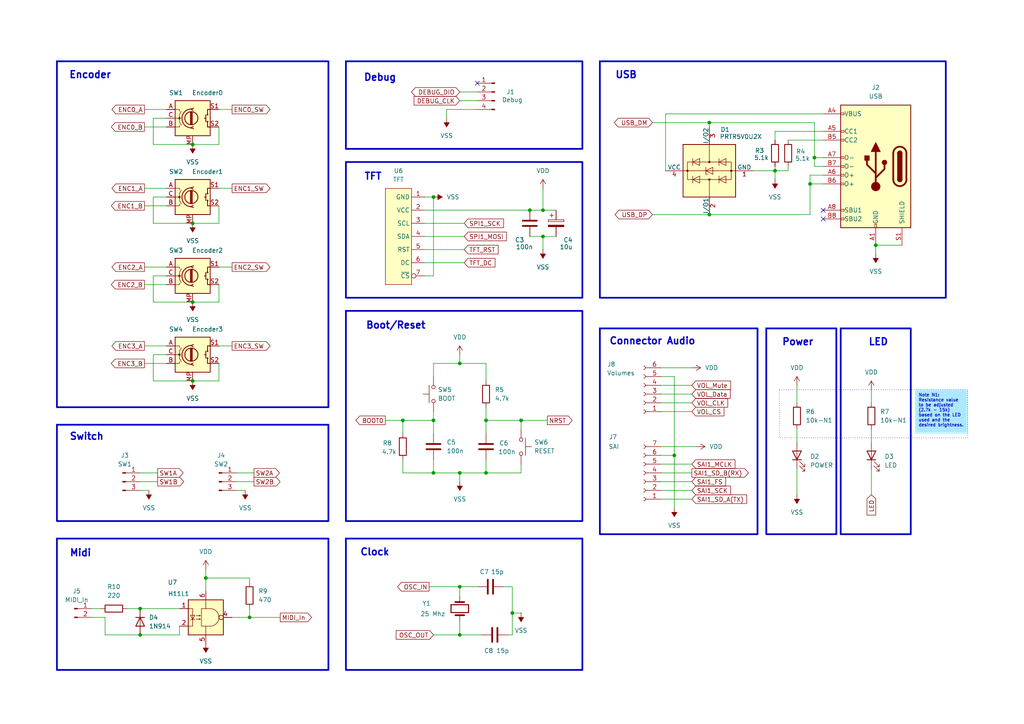
<source format=kicad_sch>
(kicad_sch (version 20250114) (generator "eeschema") (generator_version "9.0")
  (paper "A4")
  (title_block (title "OSCAR PROC") (date "2025-07-08") (rev "V1.0") (company "DAD Design"))
  (lib_symbols
    (symbol "Connector:Conn_01x02_Pin" (pin_names (offset 1.016) (hide yes))
      (property "Reference" "J" (at 0 2.54 0))
      (property "Value" "Conn_01x02_Pin" (at 0 -5.08 0))
      (symbol "Conn_01x02_Pin_1_1"
        (pin passive line (at 5.08 0 180) (length 3.81) (name "Pin_1") (number "1"))
        (pin passive line (at 5.08 -2.54 180) (length 3.81) (name "Pin_2") (number "2"))
      )
    )
    (symbol "Connector:Conn_01x03_Pin" (pin_names (offset 1.016) (hide yes))
      (property "Reference" "J" (at 0 5.08 0))
      (property "Value" "Conn_01x03_Pin" (at 0 -5.08 0))
      (symbol "Conn_01x03_Pin_1_1"
        (pin passive line (at 5.08 2.54 180) (length 3.81) (name "Pin_1") (number "1"))
        (pin passive line (at 5.08 0 180) (length 3.81) (name "Pin_2") (number "2"))
        (pin passive line (at 5.08 -2.54 180) (length 3.81) (name "Pin_3") (number "3"))
      )
    )
    (symbol "Connector:Conn_01x04_Pin" (pin_names (offset 1.016) (hide yes))
      (property "Reference" "J" (at 0 5.08 0))
      (property "Value" "Conn_01x04_Pin" (at 0 -7.62 0))
      (symbol "Conn_01x04_Pin_1_1"
        (pin passive line (at 5.08 2.54 180) (length 3.81) (name "Pin_1") (number "1"))
        (pin passive line (at 5.08 0 180) (length 3.81) (name "Pin_2") (number "2"))
        (pin passive line (at 5.08 -2.54 180) (length 3.81) (name "Pin_3") (number "3"))
        (pin passive line (at 5.08 -5.08 180) (length 3.81) (name "Pin_4") (number "4"))
      )
    )
    (symbol "Connector:Conn_01x06_Socket" (pin_names (offset 1.016) (hide yes))
      (property "Reference" "J" (at 0 7.62 0))
      (property "Value" "Conn_01x06_Socket" (at 0 -10.16 0))
      (symbol "Conn_01x06_Socket_1_1"
        (pin passive line (at -5.08 5.08 0) (length 3.81) (name "Pin_1") (number "1"))
        (pin passive line (at -5.08 2.54 0) (length 3.81) (name "Pin_2") (number "2"))
        (pin passive line (at -5.08 0 0) (length 3.81) (name "Pin_3") (number "3"))
        (pin passive line (at -5.08 -2.54 0) (length 3.81) (name "Pin_4") (number "4"))
        (pin passive line (at -5.08 -5.08 0) (length 3.81) (name "Pin_5") (number "5"))
        (pin passive line (at -5.08 -7.62 0) (length 3.81) (name "Pin_6") (number "6"))
      )
    )
    (symbol "Connector:Conn_01x07_Socket" (pin_names (offset 1.016) (hide yes))
      (property "Reference" "J" (at 0 10.16 0))
      (property "Value" "Conn_01x07_Socket" (at 0 -10.16 0))
      (symbol "Conn_01x07_Socket_1_1"
        (pin passive line (at -5.08 7.62 0) (length 3.81) (name "Pin_1") (number "1"))
        (pin passive line (at -5.08 5.08 0) (length 3.81) (name "Pin_2") (number "2"))
        (pin passive line (at -5.08 2.54 0) (length 3.81) (name "Pin_3") (number "3"))
        (pin passive line (at -5.08 0 0) (length 3.81) (name "Pin_4") (number "4"))
        (pin passive line (at -5.08 -2.54 0) (length 3.81) (name "Pin_5") (number "5"))
        (pin passive line (at -5.08 -5.08 0) (length 3.81) (name "Pin_6") (number "6"))
        (pin passive line (at -5.08 -7.62 0) (length 3.81) (name "Pin_7") (number "7"))
      )
    )
    (symbol "Connector:USB_C_Receptacle_USB2.0_16P" (pin_names (offset 1.016))
      (property "Reference" "J" (at 0 22.225 0))
      (property "Value" "USB_C_Receptacle_USB2.0_16P" (at 0 19.685 0))
      (symbol "USB_C_Receptacle_USB2.0_16P_1_1"
        (pin passive line (at -7.62 -22.86 90) (length 5.08) (name "SHIELD") (number "S1"))
        (pin passive line (at 0 -22.86 90) (length 5.08) (name "GND") (number "A1"))
        (pin passive line (at 0 -22.86 90) (length 5.08) (hide yes) (name "GND") (number "A12"))
        (pin passive line (at 0 -22.86 90) (length 5.08) (hide yes) (name "GND") (number "B1"))
        (pin passive line (at 0 -22.86 90) (length 5.08) (hide yes) (name "GND") (number "B12"))
        (pin passive line (at 15.24 15.24 180) (length 5.08) (name "VBUS") (number "A4"))
        (pin passive line (at 15.24 15.24 180) (length 5.08) (hide yes) (name "VBUS") (number "A9"))
        (pin passive line (at 15.24 15.24 180) (length 5.08) (hide yes) (name "VBUS") (number "B4"))
        (pin passive line (at 15.24 15.24 180) (length 5.08) (hide yes) (name "VBUS") (number "B9"))
        (pin bidirectional line (at 15.24 10.16 180) (length 5.08) (name "CC1") (number "A5"))
        (pin bidirectional line (at 15.24 7.62 180) (length 5.08) (name "CC2") (number "B5"))
        (pin bidirectional line (at 15.24 2.54 180) (length 5.08) (name "D-") (number "A7"))
        (pin bidirectional line (at 15.24 0 180) (length 5.08) (name "D-") (number "B7"))
        (pin bidirectional line (at 15.24 -2.54 180) (length 5.08) (name "D+") (number "A6"))
        (pin bidirectional line (at 15.24 -5.08 180) (length 5.08) (name "D+") (number "B6"))
        (pin bidirectional line (at 15.24 -12.7 180) (length 5.08) (name "SBU1") (number "A8"))
        (pin bidirectional line (at 15.24 -15.24 180) (length 5.08) (name "SBU2") (number "B8"))
      )
    )
    (symbol "Device:C" (pin_numbers (hide yes)) (pin_names (offset 0.254))
      (property "Reference" "C" (at 0.635 2.54 0))
      (property "Value" "C" (at 0.635 -2.54 0))
      (symbol "C_1_1"
        (pin passive line (at 0 3.81 270) (length 2.794) (name "~") (number "1"))
        (pin passive line (at 0 -3.81 90) (length 2.794) (name "~") (number "2"))
      )
    )
    (symbol "Device:C_Polarized" (pin_numbers (hide yes)) (pin_names (offset 0.254))
      (property "Reference" "C" (at 0.635 2.54 0))
      (property "Value" "C_Polarized" (at 0.635 -2.54 0))
      (symbol "C_Polarized_1_1"
        (pin passive line (at 0 3.81 270) (length 2.794) (name "~") (number "1"))
        (pin passive line (at 0 -3.81 90) (length 2.794) (name "~") (number "2"))
      )
    )
    (symbol "Device:Crystal" (pin_numbers (hide yes)) (pin_names (offset 1.016) (hide yes))
      (property "Reference" "Y" (at 0 3.81 0))
      (property "Value" "Crystal" (at 0 -3.81 0))
      (symbol "Crystal_1_1"
        (pin passive line (at -3.81 0 0) (length 1.27) (name "1") (number "1"))
        (pin passive line (at 3.81 0 180) (length 1.27) (name "2") (number "2"))
      )
    )
    (symbol "Device:LED" (pin_numbers (hide yes)) (pin_names (offset 1.016) (hide yes))
      (property "Reference" "D" (at 0 2.54 0))
      (property "Value" "LED" (at 0 -2.54 0))
      (symbol "LED_1_1"
        (pin passive line (at -3.81 0 0) (length 2.54) (name "K") (number "1"))
        (pin passive line (at 3.81 0 180) (length 2.54) (name "A") (number "2"))
      )
    )
    (symbol "Device:R" (pin_numbers (hide yes)) (pin_names (offset 0))
      (property "Reference" "R" (at 2.032 0 90))
      (property "Value" "R" (at 0 0 90))
      (symbol "R_1_1"
        (pin passive line (at 0 3.81 270) (length 1.27) (name "~") (number "1"))
        (pin passive line (at 0 -3.81 90) (length 1.27) (name "~") (number "2"))
      )
    )
    (symbol "Device:RotaryEncoder_Switch_MP" (pin_names (offset 0.254) (hide yes))
      (property "Reference" "SW" (at 0 8.89 0))
      (property "Value" "RotaryEncoder_Switch_MP" (at 0 6.35 0))
      (symbol "RotaryEncoder_Switch_MP_1_1"
        (pin passive line (at -7.62 2.54 0) (length 2.54) (name "A") (number "A"))
        (pin passive line (at -7.62 0 0) (length 2.54) (name "C") (number "C"))
        (pin passive line (at -7.62 -2.54 0) (length 2.54) (name "B") (number "B"))
        (pin passive line (at 0 -7.62 90) (length 2.54) (name "MP") (number "MP"))
        (pin passive line (at 7.62 2.54 180) (length 2.54) (name "S1") (number "S1"))
        (pin passive line (at 7.62 -2.54 180) (length 2.54) (name "S2") (number "S2"))
      )
    )
    (symbol "Diode:1N914" (pin_numbers (hide yes)) (pin_names (hide yes))
      (property "Reference" "D" (at 0 2.54 0))
      (property "Value" "1N914" (at 0 -2.54 0))
      (symbol "1N914_1_1"
        (pin passive line (at -3.81 0 0) (length 2.54) (name "K") (number "1"))
        (pin passive line (at 3.81 0 180) (length 2.54) (name "A") (number "2"))
      )
    )
    (symbol "Isolator:H11L1" (pin_names (offset 1.016))
      (property "Reference" "U" (at 1.27 8.89 0))
      (property "Value" "H11L1" (at 1.27 6.35 0))
      (symbol "H11L1_1_1"
        (pin passive line (at -7.62 2.54 0) (length 2.54) (name "~") (number "1"))
        (pin passive line (at -7.62 -2.54 0) (length 2.54) (name "~") (number "2"))
        (pin no_connect line (at -5.08 0 0) (length 2.54) (hide yes) (name "~") (number "3"))
        (pin power_in line (at 0 7.62 270) (length 2.54) (name "~") (number "6"))
        (pin power_in line (at 0 -7.62 90) (length 2.54) (name "~") (number "5"))
        (pin output inverted (at 7.62 0 180) (length 3.81) (name "~") (number "4"))
      )
    )
    (symbol "Power_Protection:PRTR5V0U2X" (pin_names (offset 0))
      (property "Reference" "D" (at 2.794 8.636 0))
      (property "Value" "PRTR5V0U2X" (at 8.128 -9.398 0))
      (symbol "PRTR5V0U2X_1_1"
        (pin passive line (at -12.7 0 0) (length 5.08) (name "I/O1") (number "2"))
        (pin passive line (at 0 12.7 270) (length 5.08) (name "VCC") (number "4"))
        (pin passive line (at 0 -12.7 90) (length 5.08) (name "GND") (number "1"))
        (pin passive line (at 12.7 0 180) (length 5.08) (name "I/O2") (number "3"))
      )
    )
    (symbol "Projet:TFT_SPI"
      (property "Reference" "U" (at -1.524 13.462 0))
      (symbol "TFT_SPI_1_1"
        (pin power_in line (at 6.35 7.62 180) (length 3.81) (name "GND") (number "1"))
        (pin power_in line (at 6.35 3.81 180) (length 3.81) (name "VCC") (number "2"))
        (pin input line (at 6.35 0 180) (length 3.81) (name "SCL") (number "3"))
        (pin input line (at 6.35 -3.81 180) (length 3.81) (name "SDA") (number "4"))
        (pin input line (at 6.35 -7.62 180) (length 3.81) (name "RST") (number "5"))
        (pin input line (at 6.35 -11.43 180) (length 3.81) (name "DC") (number "6"))
        (pin input inverted (at 6.35 -15.24 180) (length 3.81) (name "~{CS}") (number "7"))
      )
    )
    (symbol "Switch:SW_Push" (pin_numbers (hide yes)) (pin_names (offset 1.016) (hide yes))
      (property "Reference" "SW" (at 1.27 2.54 0))
      (property "Value" "SW_Push" (at 0 -1.524 0))
      (symbol "SW_Push_0_1"
        (pin passive line (at -5.08 0 0) (length 2.54) (name "1") (number "1"))
        (pin passive line (at 5.08 0 180) (length 2.54) (name "2") (number "2"))
      )
    )
    (symbol "power:VDD" (power) (pin_numbers (hide yes)) (pin_names (offset 0) (hide yes))
      (property "Value" "VDD" (at 0 3.556 0))
      (symbol "VDD_1_1"
        (pin power_in line (at 0 0 90) (length 0) (name "~") (number "1"))
      )
    )
    (symbol "power:VSS" (power) (pin_numbers (hide yes)) (pin_names (offset 0) (hide yes))
      (property "Value" "VSS" (at 0 3.556 0))
      (symbol "VSS_1_1"
        (pin power_in line (at 0 0 90) (length 0) (name "~") (number "1"))
      )
    )
  )
  (rectangle (start 226.06 113.03) (end 280.67 127) (stroke (width 0) (type dot)))
  (rectangle (start 100.33 46.99) (end 168.91 86.36) (stroke (width 0.5)))
  (rectangle (start 16.51 123.19) (end 95.25 151.13) (stroke (width 0.5)))
  (rectangle (start 100.33 156.21) (end 168.91 194.31) (stroke (width 0.5)))
  (rectangle (start 100.33 90.17) (end 168.91 151.13) (stroke (width 0.5)))
  (rectangle (start 243.84 95.25) (end 264.16 154.94) (stroke (width 0.5)))
  (rectangle (start 16.51 156.21) (end 95.25 194.31) (stroke (width 0.5)))
  (rectangle (start 222.25 95.25) (end 242.57 154.94) (stroke (width 0.5)))
  (rectangle (start 173.99 17.78) (end 274.32 86.36) (stroke (width 0.5)))
  (rectangle (start 100.33 17.78) (end 168.91 43.18) (stroke (width 0.5)))
  (rectangle (start 173.99 95.25) (end 219.71 154.94) (stroke (width 0.5)))
  (rectangle (start 16.51 17.78) (end 95.25 118.11) (stroke (width 0.5)))
  (text "USB" (at 181.61 21.844 0) (effects (font (size 2 2) (thickness 0.4) (bold yes))))
  (text "Clock" (at 108.712 160.274 0) (effects (font (size 2 2) (thickness 0.4) (bold yes))))
  (text "TFT" (at 108.204 51.308 0) (effects (font (size 2 2) (thickness 0.4) (bold yes))))
  (text "Boot/Reset" (at 114.808 94.488 0) (effects (font (size 2 2) (thickness 0.4) (bold yes))))
  (text "Debug" (at 110.236 22.606 0) (effects (font (size 2 2) (thickness 0.4) (bold yes))))
  (text "Encoder" (at 26.162 21.844 0) (effects (font (size 2 2) (thickness 0.4) (bold yes))))
  (text "Switch" (at 25.146 126.746 0) (effects (font (size 2 2) (thickness 0.4) (bold yes))))
  (text "LED" (at 254.762 99.314 0) (effects (font (size 2 2) (thickness 0.4) (bold yes))))
  (text "Midi" (at 23.368 160.528 0) (effects (font (size 2 2) (thickness 0.4) (bold yes))))
  (text "Power" (at 231.394 99.314 0) (effects (font (size 2 2) (thickness 0.4) (bold yes))))
  (text "Connector Audio" (at 189.23 99.06 0) (effects (font (size 2 2) (thickness 0.4) (bold yes))))
  (text_box "Note N1: Resistance value to be adjusted (2.7k - 15k) based on the LED used and the desired brightness." (at 265.43 113.03 0) (size 15.24 12.7) (margins 0.9525 0.9525 0.9525 0.9525) (stroke (width -0.0001)) (fill (type color) (color 172 232 255 1)) (effects (font (size 0.9 0.9)) (justify left top)))
  (junction (at 133.35 184.15))
  (junction (at 157.48 60.96))
  (junction (at 140.97 121.92))
  (junction (at 140.97 137.16))
  (junction (at 55.88 41.91))
  (junction (at 125.73 137.16))
  (junction (at 148.59 177.8))
  (junction (at 72.39 179.07))
  (junction (at 254 71.12))
  (junction (at 116.84 121.92))
  (junction (at 205.74 35.56))
  (junction (at 234.95 53.34))
  (junction (at 59.69 167.64))
  (junction (at 151.13 121.92))
  (junction (at 55.88 110.49))
  (junction (at 224.79 49.53))
  (junction (at 125.73 121.92))
  (junction (at 153.67 60.96))
  (junction (at 133.35 137.16))
  (junction (at 125.73 57.15))
  (junction (at 40.64 184.15))
  (junction (at 205.74 62.23))
  (junction (at 133.35 105.41))
  (junction (at 133.35 170.18))
  (junction (at 236.22 45.72))
  (junction (at 55.88 64.77))
  (junction (at 157.48 68.58))
  (junction (at 195.58 132.08))
  (junction (at 55.88 87.63))
  (junction (at 40.64 176.53))
  (no_connect (at 238.76 63.5))
  (no_connect (at 138.43 24.13))
  (no_connect (at 238.76 60.96))
  (wire (pts (xy 125.73 119.38) (xy 125.73 121.92)))
  (wire (pts (xy 189.23 62.23) (xy 205.74 62.23)))
  (wire (pts (xy 191.77 111.76) (xy 200.66 111.76)))
  (wire (pts (xy 157.48 60.96) (xy 161.29 60.96)))
  (wire (pts (xy 40.64 137.16) (xy 45.72 137.16)))
  (wire (pts (xy 133.35 137.16) (xy 140.97 137.16)))
  (wire (pts (xy 63.5 110.49) (xy 55.88 110.49)))
  (wire (pts (xy 140.97 125.73) (xy 140.97 121.92)))
  (wire (pts (xy 148.59 170.18) (xy 148.59 177.8)))
  (wire (pts (xy 153.67 60.96) (xy 157.48 60.96)))
  (wire (pts (xy 151.13 137.16) (xy 140.97 137.16)))
  (wire (pts (xy 238.76 48.26) (xy 236.22 48.26)))
  (wire (pts (xy 48.26 34.29) (xy 44.45 34.29)))
  (wire (pts (xy 41.91 105.41) (xy 48.26 105.41)))
  (wire (pts (xy 191.77 132.08) (xy 195.58 132.08)))
  (wire (pts (xy 191.77 139.7) (xy 200.66 139.7)))
  (wire (pts (xy 133.35 29.21) (xy 138.43 29.21)))
  (wire (pts (xy 116.84 137.16) (xy 125.73 137.16)))
  (wire (pts (xy 116.84 125.73) (xy 116.84 121.92)))
  (wire (pts (xy 125.73 121.92) (xy 125.73 125.73)))
  (wire (pts (xy 140.97 133.35) (xy 140.97 137.16)))
  (wire (pts (xy 59.69 165.1) (xy 59.69 167.64)))
  (wire (pts (xy 63.5 64.77) (xy 55.88 64.77)))
  (wire (pts (xy 228.6 40.64) (xy 238.76 40.64)))
  (wire (pts (xy 191.77 116.84) (xy 200.66 116.84)))
  (wire (pts (xy 68.58 137.16) (xy 73.66 137.16)))
  (wire (pts (xy 41.91 54.61) (xy 48.26 54.61)))
  (wire (pts (xy 40.64 176.53) (xy 52.07 176.53)))
  (wire (pts (xy 40.64 142.24) (xy 43.18 142.24)))
  (wire (pts (xy 140.97 118.11) (xy 140.97 121.92)))
  (wire (pts (xy 205.74 35.56) (xy 205.74 36.83)))
  (wire (pts (xy 191.77 137.16) (xy 200.66 137.16)))
  (wire (pts (xy 151.13 137.16) (xy 151.13 134.62)))
  (wire (pts (xy 148.59 177.8) (xy 151.13 177.8)))
  (wire (pts (xy 231.14 135.89) (xy 231.14 143.51)))
  (wire (pts (xy 236.22 35.56) (xy 236.22 45.72)))
  (wire (pts (xy 231.14 124.46) (xy 231.14 128.27)))
  (wire (pts (xy 44.45 110.49) (xy 55.88 110.49)))
  (wire (pts (xy 63.5 82.55) (xy 63.5 87.63)))
  (wire (pts (xy 41.91 77.47) (xy 48.26 77.47)))
  (wire (pts (xy 123.19 60.96) (xy 153.67 60.96)))
  (wire (pts (xy 63.5 77.47) (xy 67.31 77.47)))
  (wire (pts (xy 44.45 64.77) (xy 55.88 64.77)))
  (wire (pts (xy 153.67 68.58) (xy 157.48 68.58)))
  (wire (pts (xy 52.07 181.61) (xy 52.07 184.15)))
  (wire (pts (xy 224.79 49.53) (xy 228.6 49.53)))
  (wire (pts (xy 41.91 100.33) (xy 48.26 100.33)))
  (wire (pts (xy 48.26 102.87) (xy 44.45 102.87)))
  (wire (pts (xy 133.35 105.41) (xy 140.97 105.41)))
  (wire (pts (xy 123.19 80.01) (xy 125.73 80.01)))
  (wire (pts (xy 41.91 82.55) (xy 48.26 82.55)))
  (wire (pts (xy 125.73 184.15) (xy 133.35 184.15)))
  (wire (pts (xy 44.45 87.63) (xy 55.88 87.63)))
  (wire (pts (xy 44.45 80.01) (xy 44.45 87.63)))
  (wire (pts (xy 236.22 48.26) (xy 236.22 45.72)))
  (wire (pts (xy 157.48 68.58) (xy 157.48 72.39)))
  (wire (pts (xy 116.84 121.92) (xy 125.73 121.92)))
  (wire (pts (xy 238.76 50.8) (xy 234.95 50.8)))
  (wire (pts (xy 41.91 59.69) (xy 48.26 59.69)))
  (wire (pts (xy 234.95 53.34) (xy 238.76 53.34)))
  (wire (pts (xy 41.91 36.83) (xy 48.26 36.83)))
  (wire (pts (xy 125.73 80.01) (xy 125.73 57.15)))
  (wire (pts (xy 189.23 35.56) (xy 205.74 35.56)))
  (wire (pts (xy 63.5 59.69) (xy 63.5 64.77)))
  (wire (pts (xy 133.35 184.15) (xy 139.7 184.15)))
  (wire (pts (xy 252.73 135.89) (xy 252.73 143.51)))
  (wire (pts (xy 133.35 139.7) (xy 133.35 137.16)))
  (wire (pts (xy 63.5 41.91) (xy 55.88 41.91)))
  (wire (pts (xy 44.45 34.29) (xy 44.45 41.91)))
  (wire (pts (xy 205.74 35.56) (xy 236.22 35.56)))
  (wire (pts (xy 44.45 102.87) (xy 44.45 110.49)))
  (wire (pts (xy 234.95 50.8) (xy 234.95 53.34)))
  (wire (pts (xy 123.19 72.39) (xy 134.62 72.39)))
  (wire (pts (xy 148.59 177.8) (xy 148.59 184.15)))
  (wire (pts (xy 254 71.12) (xy 261.62 71.12)))
  (wire (pts (xy 63.5 31.75) (xy 67.31 31.75)))
  (wire (pts (xy 125.73 105.41) (xy 133.35 105.41)))
  (wire (pts (xy 30.48 184.15) (xy 40.64 184.15)))
  (wire (pts (xy 123.19 64.77) (xy 134.62 64.77)))
  (wire (pts (xy 63.5 54.61) (xy 67.31 54.61)))
  (wire (pts (xy 48.26 80.01) (xy 44.45 80.01)))
  (wire (pts (xy 234.95 62.23) (xy 234.95 53.34)))
  (wire (pts (xy 191.77 129.54) (xy 201.93 129.54)))
  (wire (pts (xy 133.35 170.18) (xy 133.35 172.72)))
  (wire (pts (xy 224.79 48.26) (xy 224.79 49.53)))
  (wire (pts (xy 252.73 124.46) (xy 252.73 128.27)))
  (wire (pts (xy 231.14 111.76) (xy 231.14 116.84)))
  (wire (pts (xy 26.67 176.53) (xy 29.21 176.53)))
  (wire (pts (xy 67.31 179.07) (xy 72.39 179.07)))
  (wire (pts (xy 140.97 105.41) (xy 140.97 110.49)))
  (wire (pts (xy 157.48 54.61) (xy 157.48 60.96)))
  (wire (pts (xy 254 73.66) (xy 254 71.12)))
  (wire (pts (xy 48.26 57.15) (xy 44.45 57.15)))
  (wire (pts (xy 238.76 33.02) (xy 193.04 33.02)))
  (wire (pts (xy 133.35 170.18) (xy 138.43 170.18)))
  (wire (pts (xy 41.91 31.75) (xy 48.26 31.75)))
  (wire (pts (xy 40.64 184.15) (xy 52.07 184.15)))
  (wire (pts (xy 195.58 109.22) (xy 195.58 132.08)))
  (wire (pts (xy 63.5 105.41) (xy 63.5 110.49)))
  (wire (pts (xy 191.77 144.78) (xy 200.66 144.78)))
  (wire (pts (xy 125.73 109.22) (xy 125.73 105.41)))
  (wire (pts (xy 63.5 100.33) (xy 67.31 100.33)))
  (wire (pts (xy 111.76 121.92) (xy 116.84 121.92)))
  (wire (pts (xy 124.46 170.18) (xy 133.35 170.18)))
  (wire (pts (xy 157.48 68.58) (xy 161.29 68.58)))
  (wire (pts (xy 193.04 33.02) (xy 193.04 49.53)))
  (wire (pts (xy 191.77 106.68) (xy 200.66 106.68)))
  (wire (pts (xy 140.97 121.92) (xy 151.13 121.92)))
  (wire (pts (xy 68.58 139.7) (xy 73.66 139.7)))
  (wire (pts (xy 125.73 57.15) (xy 123.19 57.15)))
  (wire (pts (xy 146.05 170.18) (xy 148.59 170.18)))
  (wire (pts (xy 151.13 121.92) (xy 151.13 124.46)))
  (wire (pts (xy 125.73 137.16) (xy 125.73 133.35)))
  (wire (pts (xy 191.77 114.3) (xy 200.66 114.3)))
  (wire (pts (xy 195.58 132.08) (xy 195.58 147.32)))
  (wire (pts (xy 228.6 49.53) (xy 228.6 48.26)))
  (wire (pts (xy 26.67 179.07) (xy 30.48 179.07)))
  (wire (pts (xy 68.58 142.24) (xy 71.12 142.24)))
  (wire (pts (xy 72.39 168.91) (xy 72.39 167.64)))
  (wire (pts (xy 129.54 31.75) (xy 138.43 31.75)))
  (wire (pts (xy 191.77 109.22) (xy 195.58 109.22)))
  (wire (pts (xy 218.44 49.53) (xy 224.79 49.53)))
  (wire (pts (xy 40.64 139.7) (xy 45.72 139.7)))
  (wire (pts (xy 236.22 45.72) (xy 238.76 45.72)))
  (wire (pts (xy 148.59 184.15) (xy 147.32 184.15)))
  (wire (pts (xy 224.79 49.53) (xy 224.79 52.07)))
  (wire (pts (xy 151.13 121.92) (xy 158.75 121.92)))
  (wire (pts (xy 123.19 76.2) (xy 134.62 76.2)))
  (wire (pts (xy 72.39 179.07) (xy 81.28 179.07)))
  (wire (pts (xy 59.69 167.64) (xy 59.69 171.45)))
  (wire (pts (xy 116.84 133.35) (xy 116.84 137.16)))
  (wire (pts (xy 191.77 142.24) (xy 200.66 142.24)))
  (wire (pts (xy 205.74 62.23) (xy 234.95 62.23)))
  (wire (pts (xy 133.35 26.67) (xy 138.43 26.67)))
  (wire (pts (xy 191.77 119.38) (xy 200.66 119.38)))
  (wire (pts (xy 36.83 176.53) (xy 40.64 176.53)))
  (wire (pts (xy 72.39 176.53) (xy 72.39 179.07)))
  (wire (pts (xy 44.45 41.91) (xy 55.88 41.91)))
  (wire (pts (xy 44.45 57.15) (xy 44.45 64.77)))
  (wire (pts (xy 133.35 180.34) (xy 133.35 184.15)))
  (wire (pts (xy 63.5 36.83) (xy 63.5 41.91)))
  (wire (pts (xy 238.76 38.1) (xy 224.79 38.1)))
  (wire (pts (xy 133.35 102.87) (xy 133.35 105.41)))
  (wire (pts (xy 72.39 167.64) (xy 59.69 167.64)))
  (wire (pts (xy 191.77 134.62) (xy 200.66 134.62)))
  (wire (pts (xy 125.73 137.16) (xy 133.35 137.16)))
  (wire (pts (xy 129.54 34.29) (xy 129.54 31.75)))
  (wire (pts (xy 252.73 113.03) (xy 252.73 116.84)))
  (wire (pts (xy 224.79 38.1) (xy 224.79 40.64)))
  (wire (pts (xy 63.5 87.63) (xy 55.88 87.63)))
  (wire (pts (xy 30.48 179.07) (xy 30.48 184.15)))
  (wire (pts (xy 123.19 68.58) (xy 134.62 68.58)))
  (global_label "SW2B" (shape output) (at 73.66 139.7 0) (property "Intersheetrefs" "${INTERSHEET_REFS}" (effects (hide yes))))
  (global_label "SAI1_SCK" (shape input) (at 200.66 142.24 0) (property "Intersheetrefs" "${INTERSHEET_REFS}" (effects (hide yes))))
  (global_label "SW1A" (shape output) (at 45.72 137.16 0) (property "Intersheetrefs" "${INTERSHEET_REFS}" (effects (hide yes))))
  (global_label "ENC1_A" (shape output) (at 41.91 54.61 180) (property "Intersheetrefs" "${INTERSHEET_REFS}" (effects (hide yes))))
  (global_label "ENC0_A" (shape output) (at 41.91 31.75 180) (property "Intersheetrefs" "${INTERSHEET_REFS}" (effects (hide yes))))
  (global_label "VOL_Mute" (shape input) (at 200.66 111.76 0) (property "Intersheetrefs" "${INTERSHEET_REFS}" (effects (hide yes))))
  (global_label "OSC_IN" (shape output) (at 124.46 170.18 180) (property "Intersheetrefs" "${INTERSHEET_REFS}" (effects (hide yes))))
  (global_label "ENC1_B" (shape output) (at 41.91 59.69 180) (property "Intersheetrefs" "${INTERSHEET_REFS}" (effects (hide yes))))
  (global_label "TFT_DC" (shape input) (at 134.62 76.2 0) (property "Intersheetrefs" "${INTERSHEET_REFS}" (effects (hide yes))))
  (global_label "ENC3_SW" (shape output) (at 67.31 100.33 0) (property "Intersheetrefs" "${INTERSHEET_REFS}" (effects (hide yes))))
  (global_label "SAI1_FS" (shape input) (at 200.66 139.7 0) (property "Intersheetrefs" "${INTERSHEET_REFS}" (effects (hide yes))))
  (global_label "SW2A" (shape output) (at 73.66 137.16 0) (property "Intersheetrefs" "${INTERSHEET_REFS}" (effects (hide yes))))
  (global_label "ENC2_B" (shape output) (at 41.91 82.55 180) (property "Intersheetrefs" "${INTERSHEET_REFS}" (effects (hide yes))))
  (global_label "SAI1_MCLK" (shape input) (at 200.66 134.62 0) (property "Intersheetrefs" "${INTERSHEET_REFS}" (effects (hide yes))))
  (global_label "SAI1_SD_A(TX)" (shape input) (at 200.66 144.78 0) (property "Intersheetrefs" "${INTERSHEET_REFS}" (effects (hide yes))))
  (global_label "NRST" (shape output) (at 158.75 121.92 0) (property "Intersheetrefs" "${INTERSHEET_REFS}" (effects (hide yes))))
  (global_label "MIDI_In" (shape output) (at 81.28 179.07 0) (property "Intersheetrefs" "${INTERSHEET_REFS}" (effects (hide yes))))
  (global_label "LED" (shape input) (at 252.73 143.51 270) (property "Intersheetrefs" "${INTERSHEET_REFS}" (effects (hide yes))))
  (global_label "ENC3_A" (shape output) (at 41.91 100.33 180) (property "Intersheetrefs" "${INTERSHEET_REFS}" (effects (hide yes))))
  (global_label "ENC2_SW" (shape output) (at 67.31 77.47 0) (property "Intersheetrefs" "${INTERSHEET_REFS}" (effects (hide yes))))
  (global_label "DEBUG_CLK" (shape input) (at 133.35 29.21 180) (property "Intersheetrefs" "${INTERSHEET_REFS}" (effects (hide yes))))
  (global_label "USB_DP" (shape bidirectional) (at 189.23 62.23 180) (property "Intersheetrefs" "${INTERSHEET_REFS}" (effects (hide yes))))
  (global_label "ENC1_SW" (shape output) (at 67.31 54.61 0) (property "Intersheetrefs" "${INTERSHEET_REFS}" (effects (hide yes))))
  (global_label "USB_DM" (shape bidirectional) (at 189.23 35.56 180) (property "Intersheetrefs" "${INTERSHEET_REFS}" (effects (hide yes))))
  (global_label "VOL_Data" (shape input) (at 200.66 114.3 0) (property "Intersheetrefs" "${INTERSHEET_REFS}" (effects (hide yes))))
  (global_label "SPI1_MOSI" (shape input) (at 134.62 68.58 0) (property "Intersheetrefs" "${INTERSHEET_REFS}" (effects (hide yes))))
  (global_label "TFT_RST" (shape input) (at 134.62 72.39 0) (property "Intersheetrefs" "${INTERSHEET_REFS}" (effects (hide yes))))
  (global_label "SAI1_SD_B(RX)" (shape output) (at 200.66 137.16 0) (property "Intersheetrefs" "${INTERSHEET_REFS}" (effects (hide yes))))
  (global_label "VOL_CLK" (shape input) (at 200.66 116.84 0) (property "Intersheetrefs" "${INTERSHEET_REFS}" (effects (hide yes))))
  (global_label "ENC0_SW" (shape output) (at 67.31 31.75 0) (property "Intersheetrefs" "${INTERSHEET_REFS}" (effects (hide yes))))
  (global_label "ENC3_B" (shape output) (at 41.91 105.41 180) (property "Intersheetrefs" "${INTERSHEET_REFS}" (effects (hide yes))))
  (global_label "OSC_OUT" (shape input) (at 125.73 184.15 180) (property "Intersheetrefs" "${INTERSHEET_REFS}" (effects (hide yes))))
  (global_label "ENC2_A" (shape output) (at 41.91 77.47 180) (property "Intersheetrefs" "${INTERSHEET_REFS}" (effects (hide yes))))
  (global_label "SPI1_SCK" (shape input) (at 134.62 64.77 0) (property "Intersheetrefs" "${INTERSHEET_REFS}" (effects (hide yes))))
  (global_label "VOL_CS" (shape input) (at 200.66 119.38 0) (property "Intersheetrefs" "${INTERSHEET_REFS}" (effects (hide yes))))
  (global_label "SW1B" (shape output) (at 45.72 139.7 0) (property "Intersheetrefs" "${INTERSHEET_REFS}" (effects (hide yes))))
  (global_label "ENC0_B" (shape output) (at 41.91 36.83 180) (property "Intersheetrefs" "${INTERSHEET_REFS}" (effects (hide yes))))
  (global_label "DEBUG_DIO" (shape bidirectional) (at 133.35 26.67 180) (property "Intersheetrefs" "${INTERSHEET_REFS}" (effects (hide yes))))
  (global_label "BOOT0" (shape output) (at 111.76 121.92 180) (property "Intersheetrefs" "${INTERSHEET_REFS}" (effects (hide yes))))
  (symbol (lib_id "Device:LED") (at 252.73 132.08 90) (unit 1)
    (property "Reference" "D3" (at 256.54 132.3974 90) (effects (justify right)))
    (property "Value" "LED" (at 256.54 134.9374 90) (effects (justify right)))
    (property "Footprint" "LED_SMD:LED_1206_3216Metric_Pad1.42x1.75mm_HandSolder" (effects (hide yes)))
    (property "Description" "Light emitting diode" (effects (hide yes)))
    (property "Sim.Pins" "1=K 2=A" (effects (hide yes)))
  )
  (symbol (lib_id "power:VSS") (at 254 73.66 180) (unit 1)
    (property "Reference" "#PWR025" (effects (hide yes)))
    (property "Value" "VSS" (at 254 78.74 0))
    (property "Description" "Power symbol creates a global label with name \"VSS\"" (effects (hide yes)))
  )
  (symbol (lib_id "Device:RotaryEncoder_Switch_MP") (at 55.88 57.15 0) (unit 1)
    (property "Reference" "SW2" (at 51.054 49.784 0))
    (property "Value" "Encoder1" (at 60.198 49.784 0))
    (property "Footprint" "Projet:RotaryEncoder" (effects (hide yes)))
    (property "Description" "Rotary encoder, dual channel, incremental quadrate outputs, with switch and MP Pin" (effects (hide yes)))
  )
  (symbol (lib_id "power:VSS") (at 55.88 110.49 180) (unit 1)
    (property "Reference" "#PWR028" (effects (hide yes)))
    (property "Value" "VSS" (at 55.88 115.57 0))
    (property "Description" "Power symbol creates a global label with name \"VSS\"" (effects (hide yes)))
  )
  (symbol (lib_id "Device:R") (at 231.14 120.65 0) (unit 1)
    (property "Reference" "R6" (at 233.68 119.3799 0) (effects (justify left)))
    (property "Value" "10k-N1" (at 233.68 121.9199 0) (effects (justify left)))
    (property "Footprint" "Resistor_SMD:R_1206_3216Metric_Pad1.30x1.75mm_HandSolder" (effects (hide yes)))
    (property "Description" "Resistor" (effects (hide yes)))
  )
  (symbol (lib_id "Diode:1N914") (at 40.64 180.34 270) (unit 1)
    (property "Reference" "D4" (at 43.18 179.0699 90) (effects (justify left)))
    (property "Value" "1N914" (at 43.18 181.6099 90) (effects (justify left)))
    (property "Footprint" "Diode_THT:D_DO-35_SOD27_P7.62mm_Horizontal" (effects (hide yes)))
    (property "Datasheet" "http://www.vishay.com/docs/85622/1n914.pdf" (effects (hide yes)))
    (property "Description" "100V 0.3A Small Signal Fast Switching Diode, DO-35" (effects (hide yes)))
    (property "Sim.Device" "D" (effects (hide yes)))
    (property "Sim.Pins" "1=K 2=A" (effects (hide yes)))
  )
  (symbol (lib_id "Connector:Conn_01x04_Pin") (at 143.51 26.67 0) (mirror y) (unit 1)
    (property "Reference" "J1" (at 148.082 26.67 0))
    (property "Value" "Debug" (at 148.59 28.956 0))
    (property "Footprint" "Connector_PinHeader_2.54mm:PinHeader_1x04_P2.54mm_Horizontal" (effects (hide yes)))
    (property "Description" "Generic connector, single row, 01x04, script generated" (effects (hide yes)))
  )
  (symbol (lib_id "power:VSS") (at 195.58 147.32 180) (unit 1)
    (property "Reference" "#PWR037" (effects (hide yes)))
    (property "Value" "VSS" (at 195.58 152.4 0))
    (property "Description" "Power symbol creates a global label with name \"VSS\"" (effects (hide yes)))
  )
  (symbol (lib_id "Switch:SW_Push") (at 125.73 114.3 90) (unit 1)
    (property "Reference" "SW5" (at 127 113.0299 90) (effects (justify right)))
    (property "Value" "BOOT" (at 127 115.5699 90) (effects (justify right)))
    (property "Footprint" "Button_Switch_THT:SW_Tactile_SPST_Angled_PTS645Vx39-2LFS" (effects (hide yes)))
    (property "Description" "Push button switch, generic, two pins" (effects (hide yes)))
  )
  (symbol (lib_id "Device:R") (at 252.73 120.65 0) (unit 1)
    (property "Reference" "R7" (at 255.27 119.3799 0) (effects (justify left)))
    (property "Value" "10k-N1" (at 255.27 121.9199 0) (effects (justify left)))
    (property "Footprint" "Resistor_SMD:R_1206_3216Metric_Pad1.30x1.75mm_HandSolder" (effects (hide yes)))
    (property "Description" "Resistor" (effects (hide yes)))
  )
  (symbol (lib_id "Device:R") (at 140.97 114.3 0) (unit 1)
    (property "Reference" "R5" (at 143.51 113.0299 0) (effects (justify left)))
    (property "Value" "4.7k" (at 143.51 115.5699 0) (effects (justify left)))
    (property "Footprint" "Resistor_SMD:R_1206_3216Metric_Pad1.30x1.75mm_HandSolder" (effects (hide yes)))
    (property "Description" "Resistor" (effects (hide yes)))
  )
  (symbol (lib_id "Connector:Conn_01x02_Pin") (at 21.59 176.53 0) (unit 1)
    (property "Reference" "J5" (at 22.225 171.45 0))
    (property "Value" "MIDI_In" (at 22.225 173.99 0))
    (property "Footprint" "Connector_PinHeader_2.54mm:PinHeader_1x02_P2.54mm_Vertical" (effects (hide yes)))
    (property "Description" "Generic connector, single row, 01x02, script generated" (effects (hide yes)))
  )
  (symbol (lib_id "power:VDD") (at 157.48 54.61 0) (unit 1)
    (property "Reference" "#PWR021" (effects (hide yes)))
    (property "Value" "VDD" (at 157.48 49.53 0))
    (property "Description" "Power symbol creates a global label with name \"VDD\"" (effects (hide yes)))
  )
  (symbol (lib_id "power:VSS") (at 224.79 52.07 180) (unit 1)
    (property "Reference" "#PWR020" (effects (hide yes)))
    (property "Value" "VSS" (at 224.79 57.15 0))
    (property "Description" "Power symbol creates a global label with name \"VSS\"" (effects (hide yes)))
  )
  (symbol (lib_id "power:VSS") (at 55.88 87.63 180) (unit 1)
    (property "Reference" "#PWR026" (effects (hide yes)))
    (property "Value" "VSS" (at 55.88 92.71 0))
    (property "Description" "Power symbol creates a global label with name \"VSS\"" (effects (hide yes)))
  )
  (symbol (lib_id "power:VDD") (at 133.35 102.87 0) (unit 1)
    (property "Reference" "#PWR027" (effects (hide yes)))
    (property "Value" "VDD" (at 133.35 97.79 0))
    (property "Description" "Power symbol creates a global label with name \"VDD\"" (effects (hide yes)))
  )
  (symbol (lib_id "Switch:SW_Push") (at 151.13 129.54 270) (unit 1)
    (property "Reference" "SW6" (at 154.94 128.2699 90) (effects (justify left)))
    (property "Value" "RESET" (at 154.94 130.8099 90) (effects (justify left)))
    (property "Footprint" "Button_Switch_THT:SW_Tactile_SPST_Angled_PTS645Vx39-2LFS" (effects (hide yes)))
    (property "Description" "Push button switch, generic, two pins" (effects (hide yes)))
  )
  (symbol (lib_id "Connector:Conn_01x06_Socket") (at 186.69 114.3 180) (unit 1)
    (property "Reference" "J8" (at 177.292 105.664 0))
    (property "Value" "Volumes" (at 180.086 108.204 0))
    (property "Footprint" "Connector_PinSocket_2.54mm:PinSocket_1x06_P2.54mm_Vertical" (effects (hide yes)))
    (property "Description" "Generic connector, single row, 01x06, script generated" (effects (hide yes)))
  )
  (symbol (lib_id "power:VDD") (at 59.69 165.1 0) (unit 1)
    (property "Reference" "#PWR035" (effects (hide yes)))
    (property "Value" "VDD" (at 59.69 160.02 0))
    (property "Description" "Power symbol creates a global label with name \"VDD\"" (effects (hide yes)))
  )
  (symbol (lib_id "power:VSS") (at 43.18 142.24 180) (unit 1)
    (property "Reference" "#PWR032" (effects (hide yes)))
    (property "Value" "VSS" (at 43.18 147.32 0))
    (property "Description" "Power symbol creates a global label with name \"VSS\"" (effects (hide yes)))
  )
  (symbol (lib_id "power:VDD") (at 252.73 113.03 0) (unit 1)
    (property "Reference" "#PWR030" (effects (hide yes)))
    (property "Value" "VDD" (at 252.73 107.95 0))
    (property "Description" "Power symbol creates a global label with name \"VDD\"" (effects (hide yes)))
  )
  (symbol (lib_id "Device:C") (at 140.97 129.54 0) (unit 1)
    (property "Reference" "C6" (at 144.78 128.524 0) (effects (justify left)))
    (property "Value" "100n" (at 144.526 131.064 0) (effects (justify left)))
    (property "Footprint" "Capacitor_SMD:C_0805_2012Metric_Pad1.18x1.45mm_HandSolder" (effects (hide yes)))
    (property "Description" "Unpolarized capacitor" (effects (hide yes)))
  )
  (symbol (lib_id "power:VSS") (at 125.73 57.15 270) (unit 1)
    (property "Reference" "#PWR022" (effects (hide yes)))
    (property "Value" "VSS" (at 129.54 57.1499 90) (effects (justify left)))
    (property "Description" "Power symbol creates a global label with name \"VSS\"" (effects (hide yes)))
  )
  (symbol (lib_id "Device:RotaryEncoder_Switch_MP") (at 55.88 80.01 0) (unit 1)
    (property "Reference" "SW3" (at 51.054 72.644 0))
    (property "Value" "Encoder2" (at 60.198 72.644 0))
    (property "Footprint" "Projet:RotaryEncoder" (effects (hide yes)))
    (property "Description" "Rotary encoder, dual channel, incremental quadrate outputs, with switch and MP Pin" (effects (hide yes)))
  )
  (symbol (lib_id "Device:R") (at 33.02 176.53 90) (unit 1)
    (property "Reference" "R10" (at 33.02 170.18 90))
    (property "Value" "220" (at 33.02 172.72 90))
    (property "Footprint" "Resistor_THT:R_Axial_DIN0204_L3.6mm_D1.6mm_P7.62mm_Horizontal" (effects (hide yes)))
    (property "Description" "Resistor" (effects (hide yes)))
  )
  (symbol (lib_id "Connector:Conn_01x07_Socket") (at 186.69 137.16 180) (unit 1)
    (property "Reference" "J7" (at 177.8 126.746 0))
    (property "Value" "SAI" (at 178.054 129.54 0))
    (property "Footprint" "Connector_PinSocket_2.54mm:PinSocket_1x07_P2.54mm_Vertical" (effects (hide yes)))
    (property "Description" "Generic connector, single row, 01x07, script generated" (effects (hide yes)))
  )
  (symbol (lib_id "power:VSS") (at 71.12 142.24 180) (unit 1)
    (property "Reference" "#PWR033" (effects (hide yes)))
    (property "Value" "VSS" (at 71.12 147.32 0))
    (property "Description" "Power symbol creates a global label with name \"VSS\"" (effects (hide yes)))
  )
  (symbol (lib_id "Device:R") (at 116.84 129.54 0) (unit 1)
    (property "Reference" "R8" (at 110.998 128.524 0) (effects (justify left)))
    (property "Value" "4.7k" (at 110.744 131.064 0) (effects (justify left)))
    (property "Footprint" "Resistor_SMD:R_1206_3216Metric_Pad1.30x1.75mm_HandSolder" (effects (hide yes)))
    (property "Description" "Resistor" (effects (hide yes)))
  )
  (symbol (lib_id "Device:R") (at 224.79 44.45 0) (unit 1)
    (property "Reference" "R3" (at 218.948 43.688 0) (effects (justify left)))
    (property "Value" "5.1k" (at 218.694 45.72 0) (effects (justify left)))
    (property "Footprint" "Resistor_SMD:R_1206_3216Metric_Pad1.30x1.75mm_HandSolder" (effects (hide yes)))
    (property "Description" "Resistor" (effects (hide yes)))
  )
  (symbol (lib_id "power:VSS") (at 129.54 34.29 180) (unit 1)
    (property "Reference" "#PWR018" (effects (hide yes)))
    (property "Value" "VSS" (at 129.54 39.37 0))
    (property "Description" "Power symbol creates a global label with name \"VSS\"" (effects (hide yes)))
  )
  (symbol (lib_id "power:VSS") (at 55.88 64.77 180) (unit 1)
    (property "Reference" "#PWR023" (effects (hide yes)))
    (property "Value" "VSS" (at 55.88 69.85 0))
    (property "Description" "Power symbol creates a global label with name \"VSS\"" (effects (hide yes)))
  )
  (symbol (lib_id "power:VDD") (at 231.14 111.76 0) (unit 1)
    (property "Reference" "#PWR029" (effects (hide yes)))
    (property "Value" "VDD" (at 231.14 106.68 0))
    (property "Description" "Power symbol creates a global label with name \"VDD\"" (effects (hide yes)))
  )
  (symbol (lib_id "Device:R") (at 228.6 44.45 0) (unit 1)
    (property "Reference" "R4" (at 230.886 43.942 0) (effects (justify left)))
    (property "Value" "5.1k" (at 230.632 45.974 0) (effects (justify left)))
    (property "Footprint" "Resistor_SMD:R_1206_3216Metric_Pad1.30x1.75mm_HandSolder" (effects (hide yes)))
    (property "Description" "Resistor" (effects (hide yes)))
  )
  (symbol (lib_id "power:VDD") (at 201.93 129.54 270) (unit 1)
    (property "Reference" "#PWR050" (effects (hide yes)))
    (property "Value" "VDD" (at 205.74 129.5399 90) (effects (justify left)))
    (property "Description" "Power symbol creates a global label with name \"VDD\"" (effects (hide yes)))
  )
  (symbol (lib_id "power:VSS") (at 157.48 72.39 180) (unit 1)
    (property "Reference" "#PWR024" (effects (hide yes)))
    (property "Value" "VSS" (at 157.48 77.47 0))
    (property "Description" "Power symbol creates a global label with name \"VSS\"" (effects (hide yes)))
  )
  (symbol (lib_id "Projet:TFT_SPI") (at 116.84 64.77 0) (unit 1)
    (property "Reference" "U6" (at 115.57 49.53 0))
    (property "Value" "TFT" (at 115.57 52.07 0))
    (property "Footprint" "Projet:TFT 2.4" (effects (hide yes)))
  )
  (symbol (lib_id "power:VSS") (at 55.88 41.91 180) (unit 1)
    (property "Reference" "#PWR019" (effects (hide yes)))
    (property "Value" "VSS" (at 55.88 46.99 0))
    (property "Description" "Power symbol creates a global label with name \"VSS\"" (effects (hide yes)))
  )
  (symbol (lib_id "Connector:Conn_01x03_Pin") (at 63.5 139.7 0) (unit 1)
    (property "Reference" "J4" (at 64.135 132.08 0))
    (property "Value" "SW2" (at 64.135 134.62 0))
    (property "Footprint" "Connector_PinSocket_2.54mm:PinSocket_1x03_P2.54mm_Vertical" (effects (hide yes)))
    (property "Description" "Generic connector, single row, 01x03, script generated" (effects (hide yes)))
  )
  (symbol (lib_id "power:VSS") (at 231.14 143.51 180) (unit 1)
    (property "Reference" "#PWR034" (effects (hide yes)))
    (property "Value" "VSS" (at 231.14 148.59 0))
    (property "Description" "Power symbol creates a global label with name \"VSS\"" (effects (hide yes)))
  )
  (symbol (lib_id "Device:C") (at 153.67 64.77 0) (unit 1)
    (property "Reference" "C3" (at 149.352 69.596 0) (effects (justify left)))
    (property "Value" "100n" (at 149.606 71.628 0) (effects (justify left)))
    (property "Footprint" "Capacitor_SMD:C_0805_2012Metric_Pad1.18x1.45mm_HandSolder" (effects (hide yes)))
    (property "Description" "Unpolarized capacitor" (effects (hide yes)))
  )
  (symbol (lib_id "Device:C") (at 142.24 170.18 90) (unit 1)
    (property "Reference" "C7" (at 140.462 165.862 90))
    (property "Value" "15p" (at 144.272 165.862 90))
    (property "Footprint" "Capacitor_SMD:C_0805_2012Metric_Pad1.18x1.45mm_HandSolder" (effects (hide yes)))
    (property "Description" "Unpolarized capacitor" (effects (hide yes)))
  )
  (symbol (lib_id "Connector:Conn_01x03_Pin") (at 35.56 139.7 0) (unit 1)
    (property "Reference" "J3" (at 36.195 132.08 0))
    (property "Value" "SW1" (at 36.195 134.62 0))
    (property "Footprint" "Connector_PinSocket_2.54mm:PinSocket_1x03_P2.54mm_Vertical" (effects (hide yes)))
    (property "Description" "Generic connector, single row, 01x03, script generated" (effects (hide yes)))
  )
  (symbol (lib_id "Device:Crystal") (at 133.35 176.53 90) (unit 1)
    (property "Reference" "Y1" (at 122.428 175.006 90) (effects (justify right)))
    (property "Value" "25 Mhz" (at 121.92 178.054 90) (effects (justify right)))
    (property "Footprint" "Projet:Quartz" (effects (hide yes)))
    (property "Description" "Two pin crystal" (effects (hide yes)))
  )
  (symbol (lib_id "Device:R") (at 72.39 172.72 0) (unit 1)
    (property "Reference" "R9" (at 74.93 171.4499 0) (effects (justify left)))
    (property "Value" "470" (at 74.93 173.9899 0) (effects (justify left)))
    (property "Footprint" "Resistor_THT:R_Axial_DIN0204_L3.6mm_D1.6mm_P7.62mm_Horizontal" (effects (hide yes)))
    (property "Description" "Resistor" (effects (hide yes)))
  )
  (symbol (lib_id "Isolator:H11L1") (at 59.69 179.07 0) (unit 1)
    (property "Reference" "U7" (at 50.038 168.91 0))
    (property "Value" "H11L1" (at 51.816 172.212 0))
    (property "Footprint" "Projet:H11L1" (effects (hide yes)))
    (property "Datasheet" "https://www.onsemi.com/pub/Collateral/H11L3M-D.PDF" (effects (hide yes)))
    (property "Description" "Schmitt Trigger Output Optocoupler, High Speed, DIP-6, 1.6mA turn on threshold" (effects (hide yes)))
  )
  (symbol (lib_id "Device:C") (at 125.73 129.54 0) (unit 1)
    (property "Reference" "C5" (at 129.54 128.2699 0) (effects (justify left)))
    (property "Value" "100n" (at 129.54 130.8099 0) (effects (justify left)))
    (property "Footprint" "Capacitor_SMD:C_0805_2012Metric_Pad1.18x1.45mm_HandSolder" (effects (hide yes)))
    (property "Description" "Unpolarized capacitor" (effects (hide yes)))
  )
  (symbol (lib_id "Device:RotaryEncoder_Switch_MP") (at 55.88 102.87 0) (unit 1)
    (property "Reference" "SW4" (at 51.054 95.504 0))
    (property "Value" "Encoder3" (at 60.198 95.504 0))
    (property "Footprint" "Projet:RotaryEncoder" (effects (hide yes)))
    (property "Description" "Rotary encoder, dual channel, incremental quadrate outputs, with switch and MP Pin" (effects (hide yes)))
  )
  (symbol (lib_id "power:VDD") (at 200.66 106.68 270) (unit 1)
    (property "Reference" "#PWR051" (effects (hide yes)))
    (property "Value" "VDD" (at 204.47 106.6799 90) (effects (justify left)))
    (property "Description" "Power symbol creates a global label with name \"VDD\"" (effects (hide yes)))
  )
  (symbol (lib_id "Device:LED") (at 231.14 132.08 90) (unit 1)
    (property "Reference" "D2" (at 234.95 132.3974 90) (effects (justify right)))
    (property "Value" "POWER" (at 234.95 134.9374 90) (effects (justify right)))
    (property "Footprint" "LED_SMD:LED_1206_3216Metric_Pad1.42x1.75mm_HandSolder" (effects (hide yes)))
    (property "Description" "Light emitting diode" (effects (hide yes)))
    (property "Sim.Pins" "1=K 2=A" (effects (hide yes)))
  )
  (symbol (lib_id "power:VSS") (at 59.69 186.69 180) (unit 1)
    (property "Reference" "#PWR038" (effects (hide yes)))
    (property "Value" "VSS" (at 59.69 191.77 0))
    (property "Description" "Power symbol creates a global label with name \"VSS\"" (effects (hide yes)))
  )
  (symbol (lib_id "Connector:USB_C_Receptacle_USB2.0_16P") (at 254 48.26 0) (mirror y) (unit 1)
    (property "Reference" "J2" (at 254 25.4 0))
    (property "Value" "USB" (at 254 27.94 0))
    (property "Footprint" "Projet:USB_C_Receptacle_HCTL_HC-TYPE-C-16P-01A" (effects (hide yes)))
    (property "Datasheet" "https://www.usb.org/sites/default/files/documents/usb_type-c.zip" (effects (hide yes)))
    (property "Description" "USB 2.0-only 16P Type-C Receptacle connector" (effects (hide yes)))
  )
  (symbol (lib_id "Device:C_Polarized") (at 161.29 64.77 0) (unit 1)
    (property "Reference" "C4" (at 166.116 69.596 0) (effects (justify right)))
    (property "Value" "10u" (at 166.116 71.628 0) (effects (justify right)))
    (property "Footprint" "Capacitor_Tantalum_SMD:CP_EIA-3528-21_Kemet-B_HandSolder" (effects (hide yes)))
    (property "Description" "Polarized capacitor" (effects (hide yes)))
  )
  (symbol (lib_id "Power_Protection:PRTR5V0U2X") (at 205.74 49.53 90) (unit 1)
    (property "Reference" "D1" (at 210.312 37.592 90))
    (property "Value" "PRTR5V0U2X" (at 214.884 39.624 90))
    (property "Footprint" "Package_TO_SOT_SMD:SOT-143" (effects (hide yes)))
    (property "Datasheet" "https://assets.nexperia.com/documents/data-sheet/PRTR5V0U2X.pdf" (effects (hide yes)))
    (property "Description" "Ultra low capacitance double rail-to-rail ESD protection diode, SOT-143" (effects (hide yes)))
  )
  (symbol (lib_id "Device:C") (at 143.51 184.15 90) (unit 1)
    (property "Reference" "C8" (at 141.732 188.722 90))
    (property "Value" "15p" (at 145.796 188.722 90))
    (property "Footprint" "Capacitor_SMD:C_0805_2012Metric_Pad1.18x1.45mm_HandSolder" (effects (hide yes)))
    (property "Description" "Unpolarized capacitor" (effects (hide yes)))
  )
  (symbol (lib_id "power:VSS") (at 151.13 177.8 180) (unit 1)
    (property "Reference" "#PWR036" (effects (hide yes)))
    (property "Value" "VSS" (at 151.13 182.88 0))
    (property "Description" "Power symbol creates a global label with name \"VSS\"" (effects (hide yes)))
  )
  (symbol (lib_id "power:VSS") (at 133.35 139.7 180) (unit 1)
    (property "Reference" "#PWR031" (effects (hide yes)))
    (property "Value" "VSS" (at 133.35 144.78 0))
    (property "Description" "Power symbol creates a global label with name \"VSS\"" (effects (hide yes)))
  )
  (symbol (lib_id "Device:RotaryEncoder_Switch_MP") (at 55.88 34.29 0) (unit 1)
    (property "Reference" "SW1" (at 51.054 26.924 0))
    (property "Value" "Encoder0" (at 60.198 26.924 0))
    (property "Footprint" "Projet:RotaryEncoder" (effects (hide yes)))
    (property "Description" "Rotary encoder, dual channel, incremental quadrate outputs, with switch and MP Pin" (effects (hide yes)))
  )
)
</source>
